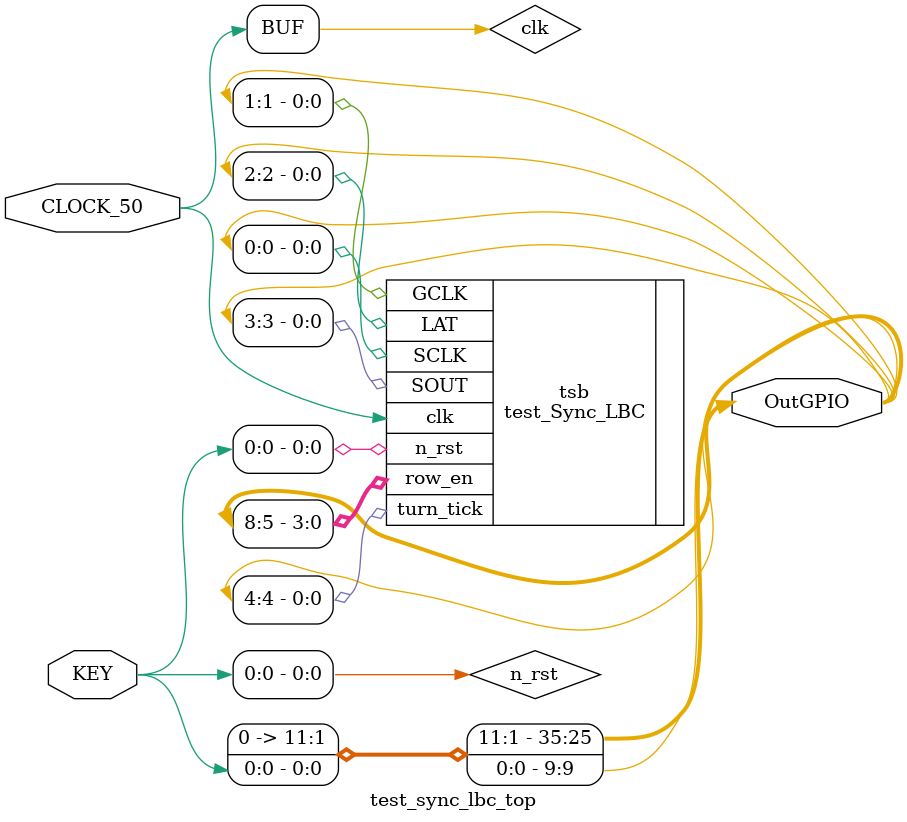
<source format=sv>


module test_sync_lbc_top(

	//////////// CLOCK //////////
	input 		          		CLOCK_50,

	//////////// KEY //////////
	input 		     [3:0]		KEY,

	//////////// GPIO_1, GPIO_1 connect to GPIO Default //////////
	output 		    [35:0]		OutGPIO
);

wire clk = CLOCK_50;
wire n_rst = KEY[0];

assign OutGPIO[9] = n_rst;

assign OutGPIO[35:25] = 0;

//=======================================================
//  REG/WIRE declarations
//=======================================================

test_Sync_LBC tsb(
	.clk(clk),
	.n_rst(n_rst),
	
	.SCLK(OutGPIO[0]),
	.GCLK(OutGPIO[1]),
	.LAT(OutGPIO[2]),
	.SOUT(OutGPIO[3]),
	.turn_tick(OutGPIO[4]),
	.row_en(OutGPIO[8:5])

);
//=======================================================
//  Structural coding
//=======================================================



endmodule

</source>
